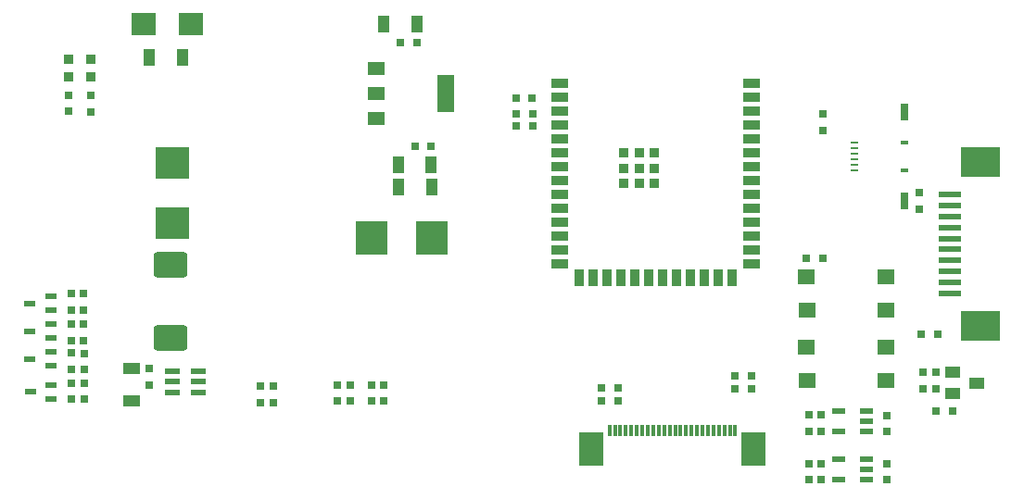
<source format=gbr>
%TF.GenerationSoftware,Altium Limited,Altium Designer,23.4.1 (23)*%
G04 Layer_Color=8421504*
%FSLAX45Y45*%
%MOMM*%
%TF.SameCoordinates,D6ADF24A-3376-43E2-8D1E-8FFFCD63A60F*%
%TF.FilePolarity,Positive*%
%TF.FileFunction,Paste,Top*%
%TF.Part,Single*%
G01*
G75*
%TA.AperFunction,SMDPad,CuDef*%
%ADD10R,0.70000X0.25000*%
%ADD11R,0.65000X0.40000*%
%ADD12R,0.65000X1.60000*%
%ADD13R,0.95000X0.85000*%
%ADD14R,1.50000X1.30000*%
%ADD15R,1.50000X3.50000*%
%ADD16R,1.34000X0.59000*%
%ADD17R,2.85000X3.10000*%
%ADD18R,2.28000X2.12000*%
%ADD19R,1.00000X1.60000*%
G04:AMPARAMS|DCode=20|XSize=2.33mm|YSize=3.07mm|CornerRadius=0.29125mm|HoleSize=0mm|Usage=FLASHONLY|Rotation=270.000|XOffset=0mm|YOffset=0mm|HoleType=Round|Shape=RoundedRectangle|*
%AMROUNDEDRECTD20*
21,1,2.33000,2.48750,0,0,270.0*
21,1,1.74750,3.07000,0,0,270.0*
1,1,0.58250,-1.24375,-0.87375*
1,1,0.58250,-1.24375,0.87375*
1,1,0.58250,1.24375,0.87375*
1,1,0.58250,1.24375,-0.87375*
%
%ADD20ROUNDEDRECTD20*%
%ADD21R,1.60000X1.40000*%
%TA.AperFunction,BGAPad,CuDef*%
%ADD22R,0.90000X0.90000*%
%TA.AperFunction,SMDPad,CuDef*%
%ADD23R,1.50000X0.90000*%
%ADD24R,0.90000X1.50000*%
%ADD25R,0.75000X0.80000*%
%ADD26R,1.00000X0.55000*%
%TA.AperFunction,ConnectorPad*%
%ADD27R,2.00000X0.61000*%
%ADD28R,3.60000X2.68000*%
%TA.AperFunction,SMDPad,CuDef*%
%ADD29R,0.30000X1.10000*%
%ADD30R,2.30000X3.10000*%
G04:AMPARAMS|DCode=31|XSize=1.21mm|YSize=0.59mm|CornerRadius=0.02655mm|HoleSize=0mm|Usage=FLASHONLY|Rotation=180.000|XOffset=0mm|YOffset=0mm|HoleType=Round|Shape=RoundedRectangle|*
%AMROUNDEDRECTD31*
21,1,1.21000,0.53690,0,0,180.0*
21,1,1.15690,0.59000,0,0,180.0*
1,1,0.05310,-0.57845,0.26845*
1,1,0.05310,0.57845,0.26845*
1,1,0.05310,0.57845,-0.26845*
1,1,0.05310,-0.57845,-0.26845*
%
%ADD31ROUNDEDRECTD31*%
%ADD32R,1.40000X1.00000*%
%ADD33R,0.80000X0.75000*%
%ADD34R,1.60000X1.00000*%
%ADD35R,3.10000X2.85000*%
D10*
X8433000Y3176000D02*
D03*
Y3126000D02*
D03*
Y3076000D02*
D03*
Y3026000D02*
D03*
Y2976000D02*
D03*
Y2926000D02*
D03*
D11*
X8885500Y3176000D02*
D03*
Y2926000D02*
D03*
D12*
Y3456000D02*
D03*
Y2646000D02*
D03*
D13*
X1455000Y3937001D02*
D03*
Y3777000D02*
D03*
X1250000Y3776000D02*
D03*
Y3936000D02*
D03*
D14*
X4062999Y3855600D02*
D03*
Y3627000D02*
D03*
Y3398400D02*
D03*
D15*
X4692919Y3627000D02*
D03*
D16*
X2199000Y1086000D02*
D03*
X2199001Y991000D02*
D03*
X2199000Y896000D02*
D03*
X2437000Y896000D02*
D03*
X2437000Y991000D02*
D03*
X2437000Y1086000D02*
D03*
D17*
X4022000Y2303000D02*
D03*
X4571999D02*
D03*
D18*
X1938500Y4265000D02*
D03*
X2371500D02*
D03*
D19*
X4566000Y2770000D02*
D03*
X4266000D02*
D03*
X2289000Y3953000D02*
D03*
X1989000D02*
D03*
X4264000Y2976000D02*
D03*
X4564000D02*
D03*
X4131388Y4262016D02*
D03*
X4431388D02*
D03*
D20*
X2185000Y1390500D02*
D03*
Y2063500D02*
D03*
D21*
X7991000Y1306000D02*
D03*
X8714000D02*
D03*
X7994000Y1006000D02*
D03*
X8714000Y1006000D02*
D03*
X8715000Y1947000D02*
D03*
X7992000D02*
D03*
X8715000Y1647001D02*
D03*
X7995000Y1647000D02*
D03*
D22*
X6463989Y2944809D02*
D03*
X6323989D02*
D03*
X6603989D02*
D03*
X6323989Y2804809D02*
D03*
X6463989D02*
D03*
X6603989D02*
D03*
X6323989Y3084809D02*
D03*
X6463989D02*
D03*
X6603989D02*
D03*
D23*
X5738989Y3716809D02*
D03*
Y3589809D02*
D03*
Y3462809D02*
D03*
Y3335809D02*
D03*
Y3208809D02*
D03*
Y3081809D02*
D03*
Y2954809D02*
D03*
Y2700809D02*
D03*
Y2573809D02*
D03*
Y2446809D02*
D03*
Y2319809D02*
D03*
Y2065809D02*
D03*
X7488989Y3208809D02*
D03*
Y3335809D02*
D03*
Y3462809D02*
D03*
Y3589809D02*
D03*
Y3716809D02*
D03*
Y2065809D02*
D03*
X5738989Y2192809D02*
D03*
Y2827809D02*
D03*
X7488989Y2700809D02*
D03*
Y2573809D02*
D03*
Y2446809D02*
D03*
Y2319809D02*
D03*
Y2192809D02*
D03*
Y3081809D02*
D03*
Y2954809D02*
D03*
Y2827809D02*
D03*
D24*
X6169489Y1940809D02*
D03*
X6296489D02*
D03*
X6423489D02*
D03*
X6550489D02*
D03*
X6677489D02*
D03*
X6804489D02*
D03*
X6931489D02*
D03*
X7058489D02*
D03*
X7185489D02*
D03*
X7312489D02*
D03*
X6042489D02*
D03*
X5915489D02*
D03*
D25*
X3000000Y802000D02*
D03*
Y952000D02*
D03*
X3118000D02*
D03*
Y802000D02*
D03*
X8144000Y3437000D02*
D03*
Y3287000D02*
D03*
X4131000Y812000D02*
D03*
X4131000Y962000D02*
D03*
X3821000Y813000D02*
D03*
Y963000D02*
D03*
X9057000Y924000D02*
D03*
Y1074000D02*
D03*
X9172000Y1075000D02*
D03*
Y925000D02*
D03*
X1277600Y1102000D02*
D03*
Y1252000D02*
D03*
X1391600Y1101000D02*
D03*
Y1251000D02*
D03*
X8730000Y684000D02*
D03*
Y534000D02*
D03*
X8013000Y686000D02*
D03*
Y536000D02*
D03*
X8730000Y92000D02*
D03*
Y242000D02*
D03*
X8013000Y94000D02*
D03*
Y244000D02*
D03*
X8126000Y686000D02*
D03*
Y536000D02*
D03*
X8126000Y94000D02*
D03*
Y244000D02*
D03*
X9020000Y2719000D02*
D03*
Y2569000D02*
D03*
X1389600Y1370000D02*
D03*
Y1520000D02*
D03*
X1983000Y1113000D02*
D03*
Y963000D02*
D03*
X1276501Y979800D02*
D03*
Y829800D02*
D03*
X1396500Y979800D02*
D03*
Y829800D02*
D03*
X1275600Y1796000D02*
D03*
X1275600Y1646000D02*
D03*
X1389600Y1796000D02*
D03*
X1389600Y1646000D02*
D03*
X3707000Y963000D02*
D03*
X3707000Y813000D02*
D03*
X4016000Y962001D02*
D03*
Y812000D02*
D03*
X1455000Y3456000D02*
D03*
Y3606000D02*
D03*
X1250000Y3463000D02*
D03*
Y3613000D02*
D03*
X1277600Y1520000D02*
D03*
Y1370000D02*
D03*
D26*
X897600Y1199000D02*
D03*
X1087600Y1264001D02*
D03*
Y1134000D02*
D03*
X899000Y898000D02*
D03*
X1089000Y963001D02*
D03*
Y833001D02*
D03*
X896600Y1707000D02*
D03*
X1086600Y1772000D02*
D03*
Y1642000D02*
D03*
X1087601Y1389000D02*
D03*
X1087600Y1519000D02*
D03*
X897600Y1454000D02*
D03*
D27*
X9300000Y2200000D02*
D03*
Y2100000D02*
D03*
Y2300000D02*
D03*
Y2000000D02*
D03*
Y1900000D02*
D03*
Y1800000D02*
D03*
Y2400000D02*
D03*
Y2500000D02*
D03*
Y2600000D02*
D03*
Y2700000D02*
D03*
D28*
X9580000Y2999000D02*
D03*
Y1501000D02*
D03*
D29*
X6192001Y548000D02*
D03*
X6242001D02*
D03*
X6292001D02*
D03*
X6342001D02*
D03*
X6392001D02*
D03*
X6442001D02*
D03*
X6492001D02*
D03*
X6592001D02*
D03*
X6642000D02*
D03*
X6692000D02*
D03*
X6742001D02*
D03*
X6792001D02*
D03*
X6842001D02*
D03*
X6892001D02*
D03*
X6942001D02*
D03*
X6992001D02*
D03*
X7042001D02*
D03*
X7092001D02*
D03*
X7142001D02*
D03*
X7192001D02*
D03*
X7242001D02*
D03*
X7292001D02*
D03*
X7342001D02*
D03*
X6542001D02*
D03*
D30*
X7509001Y378000D02*
D03*
X6025001D02*
D03*
D31*
X8286500Y93000D02*
D03*
Y282999D02*
D03*
X8537499D02*
D03*
X8537499Y188000D02*
D03*
X8537499Y93000D02*
D03*
X8537499Y725000D02*
D03*
Y535000D02*
D03*
X8537500Y630000D02*
D03*
X8286500Y725000D02*
D03*
Y535000D02*
D03*
D32*
X9326000Y1075000D02*
D03*
Y885000D02*
D03*
X9546000Y980000D02*
D03*
D33*
X7489000Y1040000D02*
D03*
X7339000D02*
D03*
X6272000Y818000D02*
D03*
X6122000D02*
D03*
X6271000Y930000D02*
D03*
X6121000D02*
D03*
X9176300Y722500D02*
D03*
X9326300D02*
D03*
X5338000Y3440000D02*
D03*
X5488000D02*
D03*
X9191000Y1421999D02*
D03*
X9041000D02*
D03*
X7992000Y2117000D02*
D03*
X7339000Y927000D02*
D03*
X7489000D02*
D03*
X5488008Y3329380D02*
D03*
X5338008D02*
D03*
X5486000Y3584000D02*
D03*
X5336000D02*
D03*
X4563000Y3144000D02*
D03*
X4413000D02*
D03*
X4431388Y4092016D02*
D03*
X4281388D02*
D03*
X8142000Y2117000D02*
D03*
D34*
X1823000Y815000D02*
D03*
Y1115000D02*
D03*
D35*
X2197000Y2992000D02*
D03*
Y2442000D02*
D03*
%TF.MD5,8aa6e898b86aa45719f1caf795b6ee97*%
M02*

</source>
